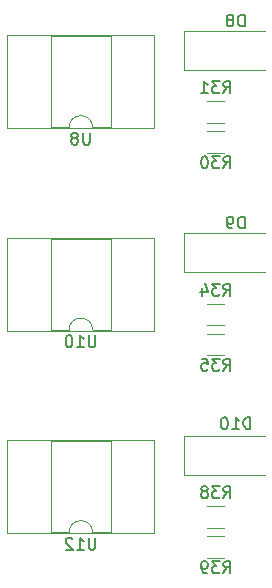
<source format=gbr>
%TF.GenerationSoftware,KiCad,Pcbnew,(6.0.10)*%
%TF.CreationDate,2023-02-08T12:55:31+07:00*%
%TF.ProjectId,3_phase_firing,335f7068-6173-4655-9f66-6972696e672e,rev?*%
%TF.SameCoordinates,Original*%
%TF.FileFunction,Legend,Bot*%
%TF.FilePolarity,Positive*%
%FSLAX46Y46*%
G04 Gerber Fmt 4.6, Leading zero omitted, Abs format (unit mm)*
G04 Created by KiCad (PCBNEW (6.0.10)) date 2023-02-08 12:55:31*
%MOMM*%
%LPD*%
G01*
G04 APERTURE LIST*
%ADD10C,0.150000*%
%ADD11C,0.120000*%
G04 APERTURE END LIST*
D10*
%TO.C,U10*%
X176418095Y-85492380D02*
X176418095Y-86301904D01*
X176370476Y-86397142D01*
X176322857Y-86444761D01*
X176227619Y-86492380D01*
X176037142Y-86492380D01*
X175941904Y-86444761D01*
X175894285Y-86397142D01*
X175846666Y-86301904D01*
X175846666Y-85492380D01*
X174846666Y-86492380D02*
X175418095Y-86492380D01*
X175132380Y-86492380D02*
X175132380Y-85492380D01*
X175227619Y-85635238D01*
X175322857Y-85730476D01*
X175418095Y-85778095D01*
X174227619Y-85492380D02*
X174132380Y-85492380D01*
X174037142Y-85540000D01*
X173989523Y-85587619D01*
X173941904Y-85682857D01*
X173894285Y-85873333D01*
X173894285Y-86111428D01*
X173941904Y-86301904D01*
X173989523Y-86397142D01*
X174037142Y-86444761D01*
X174132380Y-86492380D01*
X174227619Y-86492380D01*
X174322857Y-86444761D01*
X174370476Y-86397142D01*
X174418095Y-86301904D01*
X174465714Y-86111428D01*
X174465714Y-85873333D01*
X174418095Y-85682857D01*
X174370476Y-85587619D01*
X174322857Y-85540000D01*
X174227619Y-85492380D01*
%TO.C,R31*%
X187252857Y-64985380D02*
X187586190Y-64509190D01*
X187824285Y-64985380D02*
X187824285Y-63985380D01*
X187443333Y-63985380D01*
X187348095Y-64033000D01*
X187300476Y-64080619D01*
X187252857Y-64175857D01*
X187252857Y-64318714D01*
X187300476Y-64413952D01*
X187348095Y-64461571D01*
X187443333Y-64509190D01*
X187824285Y-64509190D01*
X186919523Y-63985380D02*
X186300476Y-63985380D01*
X186633809Y-64366333D01*
X186490952Y-64366333D01*
X186395714Y-64413952D01*
X186348095Y-64461571D01*
X186300476Y-64556809D01*
X186300476Y-64794904D01*
X186348095Y-64890142D01*
X186395714Y-64937761D01*
X186490952Y-64985380D01*
X186776666Y-64985380D01*
X186871904Y-64937761D01*
X186919523Y-64890142D01*
X185348095Y-64985380D02*
X185919523Y-64985380D01*
X185633809Y-64985380D02*
X185633809Y-63985380D01*
X185729047Y-64128238D01*
X185824285Y-64223476D01*
X185919523Y-64271095D01*
%TO.C,D9*%
X189039095Y-76437380D02*
X189039095Y-75437380D01*
X188801000Y-75437380D01*
X188658142Y-75485000D01*
X188562904Y-75580238D01*
X188515285Y-75675476D01*
X188467666Y-75865952D01*
X188467666Y-76008809D01*
X188515285Y-76199285D01*
X188562904Y-76294523D01*
X188658142Y-76389761D01*
X188801000Y-76437380D01*
X189039095Y-76437380D01*
X187991476Y-76437380D02*
X187801000Y-76437380D01*
X187705761Y-76389761D01*
X187658142Y-76342142D01*
X187562904Y-76199285D01*
X187515285Y-76008809D01*
X187515285Y-75627857D01*
X187562904Y-75532619D01*
X187610523Y-75485000D01*
X187705761Y-75437380D01*
X187896238Y-75437380D01*
X187991476Y-75485000D01*
X188039095Y-75532619D01*
X188086714Y-75627857D01*
X188086714Y-75865952D01*
X188039095Y-75961190D01*
X187991476Y-76008809D01*
X187896238Y-76056428D01*
X187705761Y-76056428D01*
X187610523Y-76008809D01*
X187562904Y-75961190D01*
X187515285Y-75865952D01*
%TO.C,R35*%
X187252857Y-88480380D02*
X187586190Y-88004190D01*
X187824285Y-88480380D02*
X187824285Y-87480380D01*
X187443333Y-87480380D01*
X187348095Y-87528000D01*
X187300476Y-87575619D01*
X187252857Y-87670857D01*
X187252857Y-87813714D01*
X187300476Y-87908952D01*
X187348095Y-87956571D01*
X187443333Y-88004190D01*
X187824285Y-88004190D01*
X186919523Y-87480380D02*
X186300476Y-87480380D01*
X186633809Y-87861333D01*
X186490952Y-87861333D01*
X186395714Y-87908952D01*
X186348095Y-87956571D01*
X186300476Y-88051809D01*
X186300476Y-88289904D01*
X186348095Y-88385142D01*
X186395714Y-88432761D01*
X186490952Y-88480380D01*
X186776666Y-88480380D01*
X186871904Y-88432761D01*
X186919523Y-88385142D01*
X185395714Y-87480380D02*
X185871904Y-87480380D01*
X185919523Y-87956571D01*
X185871904Y-87908952D01*
X185776666Y-87861333D01*
X185538571Y-87861333D01*
X185443333Y-87908952D01*
X185395714Y-87956571D01*
X185348095Y-88051809D01*
X185348095Y-88289904D01*
X185395714Y-88385142D01*
X185443333Y-88432761D01*
X185538571Y-88480380D01*
X185776666Y-88480380D01*
X185871904Y-88432761D01*
X185919523Y-88385142D01*
%TO.C,D10*%
X189515285Y-93437380D02*
X189515285Y-92437380D01*
X189277190Y-92437380D01*
X189134333Y-92485000D01*
X189039095Y-92580238D01*
X188991476Y-92675476D01*
X188943857Y-92865952D01*
X188943857Y-93008809D01*
X188991476Y-93199285D01*
X189039095Y-93294523D01*
X189134333Y-93389761D01*
X189277190Y-93437380D01*
X189515285Y-93437380D01*
X187991476Y-93437380D02*
X188562904Y-93437380D01*
X188277190Y-93437380D02*
X188277190Y-92437380D01*
X188372428Y-92580238D01*
X188467666Y-92675476D01*
X188562904Y-92723095D01*
X187372428Y-92437380D02*
X187277190Y-92437380D01*
X187181952Y-92485000D01*
X187134333Y-92532619D01*
X187086714Y-92627857D01*
X187039095Y-92818333D01*
X187039095Y-93056428D01*
X187086714Y-93246904D01*
X187134333Y-93342142D01*
X187181952Y-93389761D01*
X187277190Y-93437380D01*
X187372428Y-93437380D01*
X187467666Y-93389761D01*
X187515285Y-93342142D01*
X187562904Y-93246904D01*
X187610523Y-93056428D01*
X187610523Y-92818333D01*
X187562904Y-92627857D01*
X187515285Y-92532619D01*
X187467666Y-92485000D01*
X187372428Y-92437380D01*
%TO.C,U12*%
X176418095Y-102637380D02*
X176418095Y-103446904D01*
X176370476Y-103542142D01*
X176322857Y-103589761D01*
X176227619Y-103637380D01*
X176037142Y-103637380D01*
X175941904Y-103589761D01*
X175894285Y-103542142D01*
X175846666Y-103446904D01*
X175846666Y-102637380D01*
X174846666Y-103637380D02*
X175418095Y-103637380D01*
X175132380Y-103637380D02*
X175132380Y-102637380D01*
X175227619Y-102780238D01*
X175322857Y-102875476D01*
X175418095Y-102923095D01*
X174465714Y-102732619D02*
X174418095Y-102685000D01*
X174322857Y-102637380D01*
X174084761Y-102637380D01*
X173989523Y-102685000D01*
X173941904Y-102732619D01*
X173894285Y-102827857D01*
X173894285Y-102923095D01*
X173941904Y-103065952D01*
X174513333Y-103637380D01*
X173894285Y-103637380D01*
%TO.C,R30*%
X187252857Y-71335380D02*
X187586190Y-70859190D01*
X187824285Y-71335380D02*
X187824285Y-70335380D01*
X187443333Y-70335380D01*
X187348095Y-70383000D01*
X187300476Y-70430619D01*
X187252857Y-70525857D01*
X187252857Y-70668714D01*
X187300476Y-70763952D01*
X187348095Y-70811571D01*
X187443333Y-70859190D01*
X187824285Y-70859190D01*
X186919523Y-70335380D02*
X186300476Y-70335380D01*
X186633809Y-70716333D01*
X186490952Y-70716333D01*
X186395714Y-70763952D01*
X186348095Y-70811571D01*
X186300476Y-70906809D01*
X186300476Y-71144904D01*
X186348095Y-71240142D01*
X186395714Y-71287761D01*
X186490952Y-71335380D01*
X186776666Y-71335380D01*
X186871904Y-71287761D01*
X186919523Y-71240142D01*
X185681428Y-70335380D02*
X185586190Y-70335380D01*
X185490952Y-70383000D01*
X185443333Y-70430619D01*
X185395714Y-70525857D01*
X185348095Y-70716333D01*
X185348095Y-70954428D01*
X185395714Y-71144904D01*
X185443333Y-71240142D01*
X185490952Y-71287761D01*
X185586190Y-71335380D01*
X185681428Y-71335380D01*
X185776666Y-71287761D01*
X185824285Y-71240142D01*
X185871904Y-71144904D01*
X185919523Y-70954428D01*
X185919523Y-70716333D01*
X185871904Y-70525857D01*
X185824285Y-70430619D01*
X185776666Y-70383000D01*
X185681428Y-70335380D01*
%TO.C,R34*%
X187252857Y-82130380D02*
X187586190Y-81654190D01*
X187824285Y-82130380D02*
X187824285Y-81130380D01*
X187443333Y-81130380D01*
X187348095Y-81178000D01*
X187300476Y-81225619D01*
X187252857Y-81320857D01*
X187252857Y-81463714D01*
X187300476Y-81558952D01*
X187348095Y-81606571D01*
X187443333Y-81654190D01*
X187824285Y-81654190D01*
X186919523Y-81130380D02*
X186300476Y-81130380D01*
X186633809Y-81511333D01*
X186490952Y-81511333D01*
X186395714Y-81558952D01*
X186348095Y-81606571D01*
X186300476Y-81701809D01*
X186300476Y-81939904D01*
X186348095Y-82035142D01*
X186395714Y-82082761D01*
X186490952Y-82130380D01*
X186776666Y-82130380D01*
X186871904Y-82082761D01*
X186919523Y-82035142D01*
X185443333Y-81463714D02*
X185443333Y-82130380D01*
X185681428Y-81082761D02*
X185919523Y-81797047D01*
X185300476Y-81797047D01*
%TO.C,R38*%
X187252857Y-99275380D02*
X187586190Y-98799190D01*
X187824285Y-99275380D02*
X187824285Y-98275380D01*
X187443333Y-98275380D01*
X187348095Y-98323000D01*
X187300476Y-98370619D01*
X187252857Y-98465857D01*
X187252857Y-98608714D01*
X187300476Y-98703952D01*
X187348095Y-98751571D01*
X187443333Y-98799190D01*
X187824285Y-98799190D01*
X186919523Y-98275380D02*
X186300476Y-98275380D01*
X186633809Y-98656333D01*
X186490952Y-98656333D01*
X186395714Y-98703952D01*
X186348095Y-98751571D01*
X186300476Y-98846809D01*
X186300476Y-99084904D01*
X186348095Y-99180142D01*
X186395714Y-99227761D01*
X186490952Y-99275380D01*
X186776666Y-99275380D01*
X186871904Y-99227761D01*
X186919523Y-99180142D01*
X185729047Y-98703952D02*
X185824285Y-98656333D01*
X185871904Y-98608714D01*
X185919523Y-98513476D01*
X185919523Y-98465857D01*
X185871904Y-98370619D01*
X185824285Y-98323000D01*
X185729047Y-98275380D01*
X185538571Y-98275380D01*
X185443333Y-98323000D01*
X185395714Y-98370619D01*
X185348095Y-98465857D01*
X185348095Y-98513476D01*
X185395714Y-98608714D01*
X185443333Y-98656333D01*
X185538571Y-98703952D01*
X185729047Y-98703952D01*
X185824285Y-98751571D01*
X185871904Y-98799190D01*
X185919523Y-98894428D01*
X185919523Y-99084904D01*
X185871904Y-99180142D01*
X185824285Y-99227761D01*
X185729047Y-99275380D01*
X185538571Y-99275380D01*
X185443333Y-99227761D01*
X185395714Y-99180142D01*
X185348095Y-99084904D01*
X185348095Y-98894428D01*
X185395714Y-98799190D01*
X185443333Y-98751571D01*
X185538571Y-98703952D01*
%TO.C,D8*%
X189039095Y-59337380D02*
X189039095Y-58337380D01*
X188801000Y-58337380D01*
X188658142Y-58385000D01*
X188562904Y-58480238D01*
X188515285Y-58575476D01*
X188467666Y-58765952D01*
X188467666Y-58908809D01*
X188515285Y-59099285D01*
X188562904Y-59194523D01*
X188658142Y-59289761D01*
X188801000Y-59337380D01*
X189039095Y-59337380D01*
X187896238Y-58765952D02*
X187991476Y-58718333D01*
X188039095Y-58670714D01*
X188086714Y-58575476D01*
X188086714Y-58527857D01*
X188039095Y-58432619D01*
X187991476Y-58385000D01*
X187896238Y-58337380D01*
X187705761Y-58337380D01*
X187610523Y-58385000D01*
X187562904Y-58432619D01*
X187515285Y-58527857D01*
X187515285Y-58575476D01*
X187562904Y-58670714D01*
X187610523Y-58718333D01*
X187705761Y-58765952D01*
X187896238Y-58765952D01*
X187991476Y-58813571D01*
X188039095Y-58861190D01*
X188086714Y-58956428D01*
X188086714Y-59146904D01*
X188039095Y-59242142D01*
X187991476Y-59289761D01*
X187896238Y-59337380D01*
X187705761Y-59337380D01*
X187610523Y-59289761D01*
X187562904Y-59242142D01*
X187515285Y-59146904D01*
X187515285Y-58956428D01*
X187562904Y-58861190D01*
X187610523Y-58813571D01*
X187705761Y-58765952D01*
%TO.C,R39*%
X187252857Y-105625380D02*
X187586190Y-105149190D01*
X187824285Y-105625380D02*
X187824285Y-104625380D01*
X187443333Y-104625380D01*
X187348095Y-104673000D01*
X187300476Y-104720619D01*
X187252857Y-104815857D01*
X187252857Y-104958714D01*
X187300476Y-105053952D01*
X187348095Y-105101571D01*
X187443333Y-105149190D01*
X187824285Y-105149190D01*
X186919523Y-104625380D02*
X186300476Y-104625380D01*
X186633809Y-105006333D01*
X186490952Y-105006333D01*
X186395714Y-105053952D01*
X186348095Y-105101571D01*
X186300476Y-105196809D01*
X186300476Y-105434904D01*
X186348095Y-105530142D01*
X186395714Y-105577761D01*
X186490952Y-105625380D01*
X186776666Y-105625380D01*
X186871904Y-105577761D01*
X186919523Y-105530142D01*
X185824285Y-105625380D02*
X185633809Y-105625380D01*
X185538571Y-105577761D01*
X185490952Y-105530142D01*
X185395714Y-105387285D01*
X185348095Y-105196809D01*
X185348095Y-104815857D01*
X185395714Y-104720619D01*
X185443333Y-104673000D01*
X185538571Y-104625380D01*
X185729047Y-104625380D01*
X185824285Y-104673000D01*
X185871904Y-104720619D01*
X185919523Y-104815857D01*
X185919523Y-105053952D01*
X185871904Y-105149190D01*
X185824285Y-105196809D01*
X185729047Y-105244428D01*
X185538571Y-105244428D01*
X185443333Y-105196809D01*
X185395714Y-105149190D01*
X185348095Y-105053952D01*
%TO.C,U8*%
X175941904Y-68347380D02*
X175941904Y-69156904D01*
X175894285Y-69252142D01*
X175846666Y-69299761D01*
X175751428Y-69347380D01*
X175560952Y-69347380D01*
X175465714Y-69299761D01*
X175418095Y-69252142D01*
X175370476Y-69156904D01*
X175370476Y-68347380D01*
X174751428Y-68775952D02*
X174846666Y-68728333D01*
X174894285Y-68680714D01*
X174941904Y-68585476D01*
X174941904Y-68537857D01*
X174894285Y-68442619D01*
X174846666Y-68395000D01*
X174751428Y-68347380D01*
X174560952Y-68347380D01*
X174465714Y-68395000D01*
X174418095Y-68442619D01*
X174370476Y-68537857D01*
X174370476Y-68585476D01*
X174418095Y-68680714D01*
X174465714Y-68728333D01*
X174560952Y-68775952D01*
X174751428Y-68775952D01*
X174846666Y-68823571D01*
X174894285Y-68871190D01*
X174941904Y-68966428D01*
X174941904Y-69156904D01*
X174894285Y-69252142D01*
X174846666Y-69299761D01*
X174751428Y-69347380D01*
X174560952Y-69347380D01*
X174465714Y-69299761D01*
X174418095Y-69252142D01*
X174370476Y-69156904D01*
X174370476Y-68966428D01*
X174418095Y-68871190D01*
X174465714Y-68823571D01*
X174560952Y-68775952D01*
D11*
%TO.C,U10*%
X172645000Y-85040000D02*
X172645000Y-77300000D01*
X168945000Y-85100000D02*
X168945000Y-77240000D01*
X181415000Y-77240000D02*
X181415000Y-85100000D01*
X177715000Y-85040000D02*
X176180000Y-85040000D01*
X168945000Y-77240000D02*
X181415000Y-77240000D01*
X172645000Y-77300000D02*
X177715000Y-77300000D01*
X177715000Y-77300000D02*
X177715000Y-85040000D01*
X181415000Y-85100000D02*
X168945000Y-85100000D01*
X174180000Y-85040000D02*
X172645000Y-85040000D01*
X176180000Y-85040000D02*
G75*
G03*
X174180000Y-85040000I-1000000J0D01*
G01*
%TO.C,R31*%
X187337064Y-67475000D02*
X185882936Y-67475000D01*
X187337064Y-65655000D02*
X185882936Y-65655000D01*
%TO.C,D9*%
X183901000Y-76853000D02*
X190801000Y-76853000D01*
X183901000Y-80153000D02*
X183901000Y-76853000D01*
X183901000Y-80153000D02*
X190801000Y-80153000D01*
%TO.C,R35*%
X187337064Y-85340000D02*
X185882936Y-85340000D01*
X187337064Y-87160000D02*
X185882936Y-87160000D01*
%TO.C,D10*%
X183901000Y-97298000D02*
X183901000Y-93998000D01*
X183901000Y-93998000D02*
X190801000Y-93998000D01*
X183901000Y-97298000D02*
X190801000Y-97298000D01*
%TO.C,U12*%
X168945000Y-102245000D02*
X168945000Y-94385000D01*
X172645000Y-102185000D02*
X172645000Y-94445000D01*
X177715000Y-94445000D02*
X177715000Y-102185000D01*
X181415000Y-102245000D02*
X168945000Y-102245000D01*
X177715000Y-102185000D02*
X176180000Y-102185000D01*
X181415000Y-94385000D02*
X181415000Y-102245000D01*
X174180000Y-102185000D02*
X172645000Y-102185000D01*
X172645000Y-94445000D02*
X177715000Y-94445000D01*
X168945000Y-94385000D02*
X181415000Y-94385000D01*
X176180000Y-102185000D02*
G75*
G03*
X174180000Y-102185000I-1000000J0D01*
G01*
%TO.C,R30*%
X187337064Y-68195000D02*
X185882936Y-68195000D01*
X187337064Y-70015000D02*
X185882936Y-70015000D01*
%TO.C,R34*%
X187337064Y-84620000D02*
X185882936Y-84620000D01*
X187337064Y-82800000D02*
X185882936Y-82800000D01*
%TO.C,R38*%
X187337064Y-99945000D02*
X185882936Y-99945000D01*
X187337064Y-101765000D02*
X185882936Y-101765000D01*
%TO.C,D8*%
X183901000Y-63008000D02*
X183901000Y-59708000D01*
X183901000Y-63008000D02*
X190801000Y-63008000D01*
X183901000Y-59708000D02*
X190801000Y-59708000D01*
%TO.C,R39*%
X187337064Y-102485000D02*
X185882936Y-102485000D01*
X187337064Y-104305000D02*
X185882936Y-104305000D01*
%TO.C,U8*%
X174180000Y-67895000D02*
X172645000Y-67895000D01*
X172645000Y-67895000D02*
X172645000Y-60155000D01*
X181415000Y-67955000D02*
X168945000Y-67955000D01*
X172645000Y-60155000D02*
X177715000Y-60155000D01*
X168945000Y-67955000D02*
X168945000Y-60095000D01*
X177715000Y-60155000D02*
X177715000Y-67895000D01*
X181415000Y-60095000D02*
X181415000Y-67955000D01*
X177715000Y-67895000D02*
X176180000Y-67895000D01*
X168945000Y-60095000D02*
X181415000Y-60095000D01*
X176180000Y-67895000D02*
G75*
G03*
X174180000Y-67895000I-1000000J0D01*
G01*
%TD*%
M02*

</source>
